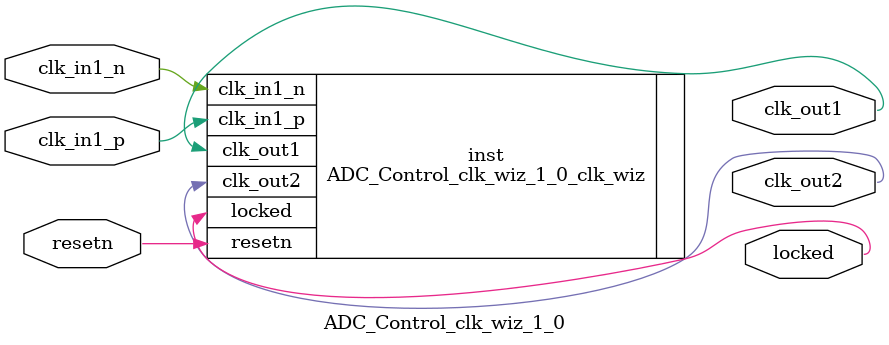
<source format=v>


`timescale 1ps/1ps

(* CORE_GENERATION_INFO = "ADC_Control_clk_wiz_1_0,clk_wiz_v6_0_1_0_0,{component_name=ADC_Control_clk_wiz_1_0,use_phase_alignment=true,use_min_o_jitter=false,use_max_i_jitter=false,use_dyn_phase_shift=false,use_inclk_switchover=false,use_dyn_reconfig=false,enable_axi=0,feedback_source=FDBK_AUTO,PRIMITIVE=MMCM,num_out_clk=2,clkin1_period=5.000,clkin2_period=10.0,use_power_down=false,use_reset=true,use_locked=true,use_inclk_stopped=false,feedback_type=SINGLE,CLOCK_MGR_TYPE=NA,manual_override=false}" *)

module ADC_Control_clk_wiz_1_0 
 (
  // Clock out ports
  output        clk_out1,
  output        clk_out2,
  // Status and control signals
  input         resetn,
  output        locked,
 // Clock in ports
  input         clk_in1_p,
  input         clk_in1_n
 );

  ADC_Control_clk_wiz_1_0_clk_wiz inst
  (
  // Clock out ports  
  .clk_out1(clk_out1),
  .clk_out2(clk_out2),
  // Status and control signals               
  .resetn(resetn), 
  .locked(locked),
 // Clock in ports
  .clk_in1_p(clk_in1_p),
  .clk_in1_n(clk_in1_n)
  );

endmodule

</source>
